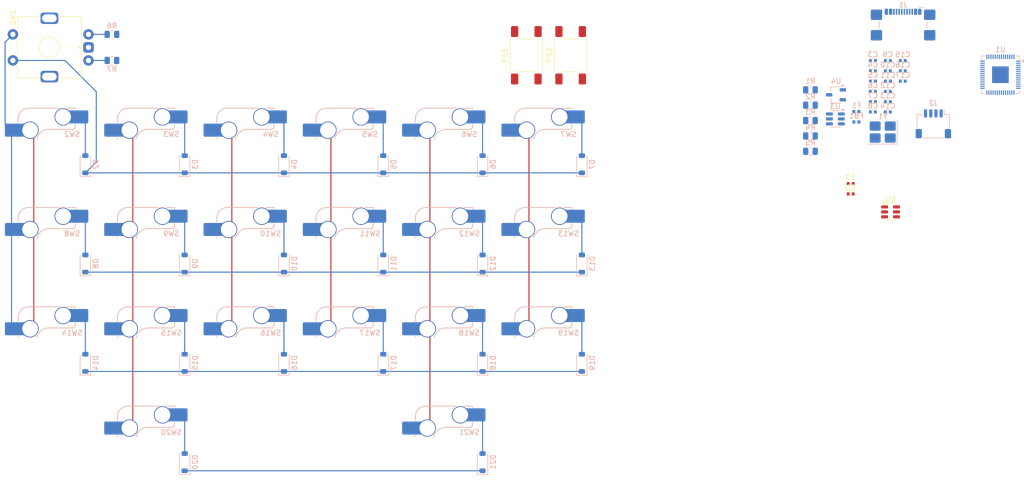
<source format=kicad_pcb>
(kicad_pcb (version 20241229) (generator "pcbnew") (generator_version "9.0")
  (layers (0 "F.Cu" signal) (2 "B.Cu" signal) (13 "F.Paste" user) (15 "B.Paste" user) (5 "F.SilkS" user "F.Silkscreen") (7 "B.SilkS" user "B.Silkscreen") (1 "F.Mask" user) (3 "B.Mask" user) (25 "Edge.Cuts" user))
  (net 0 "")
  (net 1 "Net-(U4-VO)")
  (net 2 "VFuse")
  (net 3 "Net-(U4-VI)")
  (net 4 "+1V1")
  (net 5 "Row 1")
  (net 6 "Net-(D2-A)")
  (net 7 "Net-(D3-A)")
  (net 8 "Net-(D4-A)")
  (net 9 "Net-(D5-A)")
  (net 10 "Net-(D6-A)")
  (net 11 "Row 2")
  (net 12 "Net-(D7-A)")
  (net 13 "Net-(D8-A)")
  (net 14 "Net-(D9-A)")
  (net 15 "Row 3")
  (net 16 "Net-(D10-A)")
  (net 17 "Net-(D11-A)")
  (net 18 "Net-(D12-A)")
  (net 19 "Net-(D13-A)")
  (net 20 "Net-(D14-A)")
  (net 21 "Row 4")
  (net 22 "Net-(D15-A)")
  (net 23 "Net-(D16-A)")
  (net 24 "Net-(D17-A)")
  (net 25 "Net-(D18-A)")
  (net 26 "Net-(D19-A)")
  (net 27 "Net-(D20-A)")
  (net 28 "Net-(D21-A)")
  (net 29 "VBUS")
  (net 30 "Net-(F1-Pad1)")
  (net 34 "D1-")
  (net 36 "D1+")
  (net 38 "Net-(J1-CC2)")
  (net 40 "Net-(J1-CC1)")
  (net 41 "DP")
  (net 42 "DN")
  (net 43 "Xout")
  (net 44 "Net-(U1-XOUT)")
  (net 45 "Net-(U1-USB_DM)")
  (net 46 "Net-(U1-USB_DP)")
  (net 47 "ROTB")
  (net 48 "ROTA")
  (net 49 "Col 4")
  (net 50 "Col 3")
  (net 51 "Col 2")
  (net 52 "Col 1")
  (net 53 "CS")
  (net 54 "RUN")
  (net 56 "SCLK")
  (net 62 "SD2")
  (net 66 "SD0")
  (net 77 "SD1")
  (net 82 "Xin")
  (net 93 "Col 6")
  (net 94 "Col 5")
  (footprint "Package_TO_SOT_SMD:SOT-23-6" (layer "F.Cu") (at 199.3625 75.05)
    (property "Reference" "U2")
    (property "Value" "USBLC6-2SC6")
  )
  (footprint "Button_Switch_SMD:SW_Push_1P1T_NO_E-Switch_TL3301NxxxxxG" (layer "F.Cu") (at 129.5 45 90)
    (property "Reference" "PS1")
    (property "Value" "button")
  )
  (footprint "PCM_marbastlib-various:ROT_Alps_EC11E-Switch" (layer "F.Cu") (at 38 43.5 90)
    (property "Reference" "SW1")
    (property "Value" "RE1")
  )
  (footprint "Capacitor_SMD:C_0402_1005Metric" (layer "F.Cu") (at 191.7225 71.605)
    (property "Reference" "C2")
    (property "Value" "100n")
  )
  (footprint "Button_Switch_SMD:SW_Push_1P1T_NO_E-Switch_TL3301NxxxxxG" (layer "F.Cu") (at 138 45 90)
    (property "Reference" "PS2")
    (property "Value" "button")
  )
  (footprint "Capacitor_SMD:C_0402_1005Metric" (layer "F.Cu") (at 191.7225 69.635)
    (property "Reference" "C1")
    (property "Value" "1u")
  )
  (footprint "PCM_marbastlib-mx:SW_MX_HS_CPG151101S11_1u" (layer "B.Cu") (at 114.3 61.9125 180)
    (property "Reference" "SW6")
    (property "Value" "Switch")
  )
  (footprint "Package_TO_SOT_SMD:SOT-23-6" (layer "B.Cu") (at 188.78 57.215 180)
    (property "Reference" "U3")
    (property "Value" "ZD25D40CNJGR")
  )
  (footprint "PCM_marbastlib-mx:SW_MX_HS_CPG151101S11_1u" (layer "B.Cu") (at 133.35 80.9625 180)
    (property "Reference" "SW13")
    (property "Value" "Switch")
  )
  (footprint "PCM_marbastlib-mx:SW_MX_HS_CPG151101S11_1u" (layer "B.Cu") (at 114.3 119.0625 180)
    (property "Reference" "SW21")
    (property "Value" "Switch")
  )
  (footprint "Capacitor_SMD:C_0402_1005Metric" (layer "B.Cu") (at 195.98 51.94 180)
    (property "Reference" "C6")
    (property "Value" "100n")
  )
  (footprint "Capacitor_SMD:C_0402_1005Metric" (layer "B.Cu") (at 198.85 48 180)
    (property "Reference" "C10")
    (property "Value" "100n")
  )
  (footprint "Diode_SMD:D_SOD-123" (layer "B.Cu") (at 44.899999 84.9625 90)
    (property "Reference" "D8")
    (property "Value" "Diddy")
  )
  (footprint "Resistor_SMD:R_0805_2012Metric" (layer "B.Cu") (at 50 46)
    (property "Reference" "R7")
    (property "Value" "10k")
  )
  (footprint "Diode_SMD:D_SOD-123" (layer "B.Cu") (at 102.049999 104.0125 90)
    (property "Reference" "D17")
    (property "Value" "Diddy")
  )
  (footprint "Diode_SMD:D_SOD-123" (layer "B.Cu") (at 82.999999 104.0125 90)
    (property "Reference" "D16")
    (property "Value" "Diddy")
  )
  (footprint "Package_DFN_QFN:QFN-56-1EP_7x7mm_P0.4mm_EP3.2x3.2mm" (layer "B.Cu") (at 220.4425 48.735 180)
    (property "Reference" "U1")
    (property "Value" "RP2040")
  )
  (footprint "Diode_SMD:D_SOD-123" (layer "B.Cu") (at 44.899999 104.0125 90)
    (property "Reference" "D14")
    (property "Value" "Diddy")
  )
  (footprint "PCM_marbastlib-mx:SW_MX_HS_CPG151101S11_1u" (layer "B.Cu") (at 57.15 61.9125 180)
    (property "Reference" "SW3")
    (property "Value" "Switch")
  )
  (footprint "Capacitor_SMD:C_0402_1005Metric" (layer "B.Cu") (at 195.98 46.03 180)
    (property "Reference" "C3")
    (property "Value" "100n")
  )
  (footprint "Diode_SMD:D_SOD-123" (layer "B.Cu") (at 63.949999 84.9625 90)
    (property "Reference" "D9")
    (property "Value" "Diddy")
  )
  (footprint "PCM_marbastlib-mx:SW_MX_HS_CPG151101S11_1u" (layer "B.Cu") (at 76.2 80.9625 180)
    (property "Reference" "SW10")
    (property "Value" "Switch")
  )
  (footprint "Capacitor_SMD:C_0402_1005Metric" (layer "B.Cu") (at 195.98 49.97 180)
    (property "Reference" "C5")
    (property "Value" "1u")
  )
  (footprint "Capacitor_SMD:C_0402_1005Metric" (layer "B.Cu") (at 198.85 46.03 180)
    (property "Reference" "C9")
    (property "Value" "100n")
  )
  (footprint "Capacitor_SMD:C_0402_1005Metric" (layer "B.Cu") (at 201.72 46.03 180)
    (property "Reference" "C15")
    (property "Value" "100n")
  )
  (footprint "Connector_USB:USB_C_Receptacle_GCT_USB4110" (layer "B.Cu") (at 201.77 40.34 180)
    (property "Reference" "J1")
    (property "Value" "USB_C_Receptacle_USB2.0_16P")
  )
  (footprint "Capacitor_SMD:C_0402_1005Metric" (layer "B.Cu") (at 198.85 55.88 180)
    (property "Reference" "C14")
    (property "Value" "100n")
  )
  (footprint "Resistor_SMD:R_0805_2012Metric" (layer "B.Cu") (at 184 60.48 180)
    (property "Reference" "R4")
    (property "Value" "5.1k")
  )
  (footprint "Capacitor_SMD:C_0402_1005Metric" (layer "B.Cu") (at 201.72 49.97 180)
    (property "Reference" "C17")
    (property "Value" "30pf")
  )
  (footprint "PCM_marbastlib-mx:SW_MX_HS_CPG151101S11_1u" (layer "B.Cu") (at 57.15 100.0125 180)
    (property "Reference" "SW15")
    (property "Value" "Switch")
  )
  (footprint "Diode_SMD:D_SOD-123" (layer "B.Cu") (at 121.099999 123.0625 90)
    (property "Reference" "D21")
    (property "Value" "Diddy")
  )
  (footprint "Diode_SMD:D_SOD-123" (layer "B.Cu") (at 44.899999 65.9125 90)
    (property "Reference" "D2")
    (property "Value" "Diddy")
  )
  (footprint "PCM_marbastlib-mx:SW_MX_HS_CPG151101S11_1u" (layer "B.Cu") (at 95.25 61.9125 180)
    (property "Reference" "SW5")
    (property "Value" "Switch")
  )
  (footprint "Capacitor_SMD:C_0402_1005Metric" (layer "B.Cu") (at 198.85 49.97 180)
    (property "Reference" "C11")
    (property "Value" "1u")
  )
  (footprint "Capacitor_SMD:C_0402_1005Metric" (layer "B.Cu") (at 198.85 53.91 180)
    (property "Reference" "C13")
    (property "Value" "100n")
  )
  (footprint "Resistor_SMD:R_0805_2012Metric" (layer "B.Cu") (at 50 41 180)
    (property "Reference" "R6")
    (property "Value" "10k")
  )
  (footprint "Inductor_SMD:L_0402_1005Metric" (layer "B.Cu") (at 192.81 57.8 180)
    (property "Reference" "FB1")
    (property "Value" "100 Ohm @ 100 MHz")
  )
  (footprint "PCM_marbastlib-mx:SW_MX_HS_CPG151101S11_1u" (layer "B.Cu") (at 95.25 80.9625 180)
    (property "Reference" "SW11")
    (property "Value" "Switch")
  )
  (footprint "Diode_SMD:D_SOD-123" (layer "B.Cu") (at 63.949999 65.9125 90)
    (property "Reference" "D3")
    (property "Value" "Diddy")
  )
  (footprint "Diode_SMD:D_SOD-123" (layer "B.Cu") (at 102.049999 65.9125 90)
    (property "Reference" "D5")
    (property "Value" "Diddy")
  )
  (footprint "PCM_marbastlib-mx:SW_MX_HS_CPG151101S11_1u" (layer "B.Cu") (at 114.3 100.0125 180)
    (property "Reference" "SW18")
    (property "Value" "Switch")
  )
  (footprint "Diode_SMD:D_SOD-123" (layer "B.Cu") (at 140.149999 84.9625 90)
    (property "Reference" "D13")
    (property "Value" "Diddy")
  )
  (footprint "PCM_marbastlib-mx:SW_MX_HS_CPG151101S11_1u" (layer "B.Cu") (at 57.15 119.0625 180)
    (property "Reference" "SW20")
    (property "Value" "Switch")
  )
  (footprint "Resistor_SMD:R_0805_2012Metric" (layer "B.Cu") (at 184 63.43 180)
    (property "Reference" "R5")
    (property "Value" "5.1k")
  )
  (footprint "Resistor_SMD:R_0805_2012Metric" (layer "B.Cu") (at 184 57.53 180)
    (property "Reference" "R3")
    (property "Value" "1k")
  )
  (footprint "PCM_marbastlib-mx:SW_MX_HS_CPG151101S11_1u" (layer "B.Cu") (at 95.25 100.0125 180)
    (property "Reference" "SW17")
    (property "Value" "Switch")
  )
  (footprint "Resistor_SMD:R_0805_2012Metric" (layer "B.Cu") (at 184 54.58 180)
    (property "Reference" "R2")
    (property "Value" "22")
  )
  (footprint "PCM_marbastlib-mx:SW_MX_HS_CPG151101S11_1u" (layer "B.Cu") (at 38.1 100.0125 180)
    (property "Reference" "SW14")
    (property "Value" "Switch")
  )
  (footprint "Capacitor_SMD:C_0402_1005Metric" (layer "B.Cu") (at 198.85 51.94 180)
    (property "Reference" "C12")
    (property "Value" "100n")
  )
  (footprint "Diode_SMD:D_SOD-123" (layer "B.Cu") (at 121.099999 104.0125 90)
    (property "Reference" "D18")
    (property "Value" "Diddy")
  )
  (footprint "PCM_marbastlib-mx:SW_MX_HS_CPG151101S11_1u" (layer "B.Cu") (at 133.35 61.9125 180)
    (property "Reference" "SW7")
    (property "Value" "Switch")
  )
  (footprint "Diode_SMD:D_SOD-123" (layer "B.Cu") (at 82.999999 65.9125 90)
    (property "Reference" "D4")
    (property "Value" "Diddy")
  )
  (footprint "Capacitor_SMD:C_0402_1005Metric" (layer "B.Cu") (at 195.98 53.91 180)
    (property "Reference" "C7")
    (property "Value" "1u")
  )
  (footprint "Diode_SMD:D_SOD-123" (layer "B.Cu") (at 121.099999 84.9625 90)
    (property "Reference" "D12")
    (property "Value" "Diddy")
  )
  (footprint "Diode_SMD:D_SOD-123" (layer "B.Cu") (at 63.949999 104.0125 90)
    (property "Reference" "D15")
    (property "Value" "Diddy")
  )
  (footprint "Diode_SMD:D_SOD-123" (layer "B.Cu") (at 82.999999 84.9625 90)
    (property "Reference" "D10")
    (property "Value" "Diddy")
  )
  (footprint "PCM_marbastlib-mx:SW_MX_HS_CPG151101S11_1u" (layer "B.Cu") (at 133.35 100.0125 180)
    (property "Reference" "SW19")
    (property "Value" "Switch")
  )
  (footprint "PCM_marbastlib-mx:SW_MX_HS_CPG151101S11_1u" (layer "B.Cu") (at 114.3 80.9625 180)
    (property "Reference" "SW12")
    (property "Value" "Switch")
  )
  (footprint "Fuse:Fuse_0402_1005Metric" (layer "B.Cu") (at 192.81 55.81 180)
    (property "Reference" "F1")
    (property "Value" "700mA")
  )
  (footprint "Diode_SMD:D_SOD-123" (layer "B.Cu") (at 140.149999 65.9125 90)
    (property "Reference" "D7")
    (property "Value" "Diddy")
  )
  (footprint "PCM_marbastlib-mx:SW_MX_HS_CPG151101S11_1u" (layer "B.Cu") (at 38.1 80.9625 180)
    (property "Reference" "SW8")
    (property "Value" "Switch")
  )
  (footprint "PCM_marbastlib-mx:SW_MX_HS_CPG151101S11_1u" (layer "B.Cu") (at 38.1 61.9125 180)
    (property "Reference" "SW2")
    (property "Value" "Switch")
  )
  (footprint "Connector_JST:JST_SH_SM04B-SRSS-TB_1x04-1MP_P1.00mm_Horizontal" (layer "B.Cu") (at 207.58 58.16 180)
    (property "Reference" "J2")
    (property "Value" "JST - 1.00mm 4 Pin")
  )
  (footprint "Diode_SMD:D_SOD-123" (layer "B.Cu") (at 63.949999 123.0625 90)
    (property "Reference" "D20")
    (property "Value" "Diddy")
  )
  (footprint "PCM_marbastlib-mx:SW_MX_HS_CPG151101S11_1u" (layer "B.Cu") (at 76.2 61.9125 180)
    (property "Reference" "SW4")
    (property "Value" "Switch")
  )
  (footprint "PCM_marbastlib-mx:SW_MX_HS_CPG151101S11_1u" (layer "B.Cu") (at 76.2 100.0125 180)
    (property "Reference" "SW16")
    (property "Value" "Switch")
  )
  (footprint "Diode_SMD:D_SOD-123" (layer "B.Cu") (at 121.099999 65.9125 90)
    (property "Reference" "D6")
    (property "Value" "Diddy")
  )
  (footprint "Resistor_SMD:R_0805_2012Metric" (layer "B.Cu") (at 184 51.63 180)
    (property "Reference" "R1")
    (property "Value" "22")
  )
  (footprint "Capacitor_SMD:C_0402_1005Metric" (layer "B.Cu") (at 195.98 48 180)
    (property "Reference" "C4")
    (property "Value" "100n")
  )
  (footprint "Capacitor_SMD:C_0402_1005Metric" (layer "B.Cu") (at 201.72 48 180)
    (property "Reference" "C16")
    (property "Value" "30pf")
  )
  (footprint "Diode_SMD:D_SOD-123" (layer "B.Cu") (at 102.049999 84.9625 90)
    (property "Reference" "D11")
    (property "Value" "Diddy")
  )
  (footprint "Package_TO_SOT_SMD:TSOT-23" (layer "B.Cu") (at 188.9 52.595 180)
    (property "Reference" "U4")
    (property "Value" "3.3V Fixed Regulator")
  )
  (footprint "Crystal:Crystal_SMD_3225-4Pin_3.2x2.5mm_HandSoldering" (layer "B.Cu") (at 197.865 59.735 180)
    (property "Reference" "Y1")
    (property "Value" "12Mhz 3225")
  )
  (footprint "Capacitor_SMD:C_0402_1005Metric" (layer "B.Cu") (at 195.98 55.88 180)
    (property "Reference" "C8")
    (property "Value" "1u")
  )
  (footprint "Diode_SMD:D_SOD-123" (layer "B.Cu") (at 140.149999 104.0125 90)
    (property "Reference" "D19")
    (property "Value" "Diddy")
  )
  (footprint "PCM_marbastlib-mx:SW_MX_HS_CPG151101S11_1u" (layer "B.Cu") (at 57.15 80.9625 180)
    (property "Reference" "SW9")
    (property "Value" "Switch")
  )
  (segment (start 47 65.462499) (end 44.899999 67.5625) (width 0.2) (layer "B.Cu") (net 5))
  (segment (start 41 46) (end 31 46) (width 0.2) (layer "B.Cu") (net 5))
  (segment (start 47 52) (end 41 46) (width 0.2) (layer "B.Cu") (net 5))
  (segment (start 44.899999 67.5625) (end 140.149999 67.5625) (width 0.2) (layer "B.Cu") (net 5))
  (segment (start 47 52) (end 47 65.462499) (width 0.2) (layer "B.Cu") (net 5))
  (segment (start 44.899999 57.542499) (end 44.19 56.8325) (width 0.2) (layer "B.Cu") (net 6))
  (segment (start 44.899999 64.2625) (end 44.899999 57.542499) (width 0.2) (layer "B.Cu") (net 6))
  (segment (start 40.64 56.8325) (end 44.19 56.8325) (width 0.2) (layer "B.Cu") (net 6))
  (segment (start 63.949999 57.542499) (end 63.24 56.8325) (width 0.2) (layer "B.Cu") (net 7))
  (segment (start 59.69 56.8325) (end 63.24 56.8325) (width 0.2) (layer "B.Cu") (net 7))
  (segment (start 63.949999 64.2625) (end 63.949999 57.542499) (width 0.2) (layer "B.Cu") (net 7))
  (segment (start 82.999999 64.2625) (end 82.999999 57.542499) (width 0.2) (layer "B.Cu") (net 8))
  (segment (start 82.999999 57.542499) (end 82.29 56.8325) (width 0.2) (layer "B.Cu") (net 8))
  (segment (start 78.74 56.8325) (end 82.29 56.8325) (width 0.2) (layer "B.Cu") (net 8))
  (segment (start 102.049999 57.542499) (end 101.34 56.8325) (width 0.2) (layer "B.Cu") (net 9))
  (segment (start 97.79 56.8325) (end 101.34 56.8325) (width 0.2) (layer "B.Cu") (net 9))
  (segment (start 102.049999 64.2625) (end 102.049999 57.542499) (width 0.2) (layer "B.Cu") (net 9))
  (segment (start 116.84 56.8325) (end 120.39 56.8325) (width 0.2) (layer "B.Cu") (net 10))
  (segment (start 121.099999 64.2625) (end 121.099999 57.542499) (width 0.2) (layer "B.Cu") (net 10))
  (segment (start 121.099999 57.542499) (end 120.39 56.8325) (width 0.2) (layer "B.Cu") (net 10))
  (segment (start 44.899999 86.6125) (end 140.149999 86.6125) (width 0.2) (layer "B.Cu") (net 11))
  (segment (start 140.149999 64.2625) (end 140.149999 57.542499) (width 0.2) (layer "B.Cu") (net 12))
  (segment (start 135.89 56.8325) (end 139.44 56.8325) (width 0.2) (layer "B.Cu") (net 12))
  (segment (start 140.149999 57.542499) (end 139.44 56.8325) (width 0.2) (layer "B.Cu") (net 12))
  (segment (start 44.899999 83.3125) (end 44.899999 76.592499) (width 0.2) (layer "B.Cu") (net 13))
  (segment (start 40.64 75.8825) (end 44.19 75.8825) (width 0.2) (layer "B.Cu") (net 13))
  (segment (start 44.899999 76.592499) (end 44.19 75.8825) (width 0.2) (layer "B.Cu") (net 13))
  (segment (start 63.949999 76.592499) (end 63.24 75.8825) (width 0.2) (layer "B.Cu") (net 14))
  (segment (start 59.69 75.8825) (end 63.24 75.8825) (width 0.2) (layer "B.Cu") (net 14))
  (segment (start 63.949999 83.3125) (end 63.949999 76.592499) (width 0.2) (layer "B.Cu") (net 14))
  (segment (start 44.899999 105.6625) (end 140.149999 105.6625) (width 0.2) (layer "B.Cu") (net 15))
  (segment (start 78.74 75.8825) (end 82.29 75.8825) (width 0.2) (layer "B.Cu") (net 16))
  (segment (start 82.999999 76.592499) (end 82.29 75.8825) (width 0.2) (layer "B.Cu") (net 16))
  (segment (start 82.999999 83.3125) (end 82.999999 76.592499) (width 0.2) (layer "B.Cu") (net 16))
  (segment (start 97.79 75.8825) (end 101.34 75.8825) (width 0.2) (layer "B.Cu") (net 17))
  (segment (start 102.049999 76.592499) (end 101.34 75.8825) (width 0.2) (layer "B.Cu") (net 17))
  (segment (start 102.049999 83.3125) (end 102.049999 76.592499) (width 0.2) (layer "B.Cu") (net 17))
  (segment (start 116.84 75.8825) (end 120.39 75.8825) (width 0.2) (layer "B.Cu") (net 18))
  (segment (start 121.099999 83.3125) (end 121.099999 76.592499) (width 0.2) (layer "B.Cu") (net 18))
  (segment (start 121.099999 76.592499) (end 120.39 75.8825) (width 0.2) (layer "B.Cu") (net 18))
  (segment (start 140.149999 76.592499) (end 139.44 75.8825) (width 0.2) (layer "B.Cu") (net 19))
  (segment (start 140.149999 83.3125) (end 140.149999 76.592499) (width 0.2) (layer "B.Cu") (net 19))
  (segment (start 135.89 75.8825) (end 139.44 75.8825) (width 0.2) (layer "B.Cu") (net 19))
  (segment (start 40.64 94.9325) (end 42.44 94.9325) (width 0.2) (layer "B.Cu") (net 20))
  (segment (start 44.899999 102.3625) (end 44.899999 95.642499) (width 0.2) (layer "B.Cu") (net 20))
  (segment (start 44.899999 95.642499) (end 44.19 94.9325) (width 0.2) (layer "B.Cu") (net 20))
  (segment (start 40.64 94.9325) (end 44.19 94.9325) (width 0.2) (layer "B.Cu") (net 20))
  (segment (start 63.949999 124.7125) (end 121.099999 124.7125) (width 0.2) (layer "B.Cu") (net 21))
  (segment (start 63.949999 102.3625) (end 63.949999 95.642499) (width 0.2) (layer "B.Cu") (net 22))
  (segment (start 63.949999 95.642499) (end 63.24 94.9325) (width 0.2) (layer "B.Cu") (net 22))
  (segment (start 59.69 94.9325) (end 63.24 94.9325) (width 0.2) (layer "B.Cu") (net 22))
  (segment (start 82.999999 102.3625) (end 82.999999 95.642499) (width 0.2) (layer "B.Cu") (net 23))
  (segment (start 78.74 94.9325) (end 82.29 94.9325) (width 0.2) (layer "B.Cu") (net 23))
  (segment (start 82.999999 95.642499) (end 82.29 94.9325) (width 0.2) (layer "B.Cu") (net 23))
  (segment (start 102.049999 102.3625) (end 102.049999 95.642499) (width 0.2) (layer "B.Cu") (net 24))
  (segment (start 102.049999 95.642499) (end 101.34 94.9325) (width 0.2) (layer "B.Cu") (net 24))
  (segment (start 97.79 94.9325) (end 101.34 94.9325) (width 0.2) (layer "B.Cu") (net 24))
  (segment (start 116.84 94.9325) (end 120.39 94.9325) (width 0.2) (layer "B.Cu") (net 25))
  (segment (start 121.099999 95.642499) (end 120.39 94.9325) (width 0.2) (layer "B.Cu") (net 25))
  (segment (start 121.099999 102.3625) (end 121.099999 95.642499) (width 0.2) (layer "B.Cu") (net 25))
  (segment (start 140.149999 95.642499) (end 139.44 94.9325) (width 0.2) (layer "B.Cu") (net 26))
  (segment (start 135.89 94.9325) (end 139.44 94.9325) (width 0.2) (layer "B.Cu") (net 26))
  (segment (start 140.149999 102.3625) (end 140.149999 95.642499) (width 0.2) (layer "B.Cu") (net 26))
  (segment (start 63.949999 114.692499) (end 63.24 113.9825) (width 0.2) (layer "B.Cu") (net 27))
  (segment (start 59.69 113.9825) (end 63.24 113.9825) (width 0.2) (layer "B.Cu") (net 27))
  (segment (start 63.949999 121.4125) (end 63.949999 114.692499) (width 0.2) (layer "B.Cu") (net 27))
  (segment (start 116.84 113.9825) (end 120.39 113.9825) (width 0.2) (layer "B.Cu") (net 28))
  (segment (start 121.099999 114.692499) (end 120.39 113.9825) (width 0.2) (layer "B.Cu") (net 28))
  (segment (start 121.099999 121.4125) (end 121.099999 114.692499) (width 0.2) (layer "B.Cu") (net 28))
  (segment (start 45.5 41) (end 49.0875 41) (width 0.2) (layer "B.Cu") (net 47))
  (segment (start 45.5 46) (end 49.0875 46) (width 0.2) (layer "B.Cu") (net 48))
  (segment (start 73 79.0325) (end 73 96.8625) (width 0.2) (layer "F.Cu") (net 49))
  (segment (start 72.39 78.4225) (end 73 79.0325) (width 0.2) (layer "F.Cu") (net 49))
  (segment (start 73 77.8125) (end 72.39 78.4225) (width 0.2) (layer "F.Cu") (net 49))
  (segment (start 73 96.8625) (end 72.39 97.4725) (width 0.2) (layer "F.Cu") (net 49))
  (segment (start 73 59.9825) (end 73 77.8125) (width 0.2) (layer "F.Cu") (net 49))
  (segment (start 72.39 59.3725) (end 73 59.9825) (width 0.2) (layer "F.Cu") (net 49))
  (segment (start 92 59.9325) (end 91.44 59.3725) (width 0.2) (layer "F.Cu") (net 50))
  (segment (start 91.44 97.4725) (end 92 96.9125) (width 0.2) (layer "F.Cu") (net 50))
  (segment (start 92 96.9125) (end 92 59.9325) (width 0.2) (layer "F.Cu") (net 50))
  (segment (start 111 116.0125) (end 110.49 116.5225) (width 0.2) (layer "F.Cu") (net 51))
  (segment (start 110.49 59.3725) (end 111 59.8825) (width 0.2) (layer "F.Cu") (net 51))
  (segment (start 111 59.8825) (end 111 116.0125) (width 0.2) (layer "F.Cu") (net 51))
  (segment (start 130 97.0125) (end 130 59.8325) (width 0.2) (layer "F.Cu") (net 52))
  (segment (start 129.54 97.4725) (end 130 97.0125) (width 0.2) (layer "F.Cu") (net 52))
  (segment (start 130 59.8325) (end 129.54 59.3725) (width 0.2) (layer "F.Cu") (net 52))
  (segment (start 35 60.0825) (end 35 77.7125) (width 0.2) (layer "F.Cu") (net 93))
  (segment (start 34.29 59.3725) (end 35 60.0825) (width 0.2) (layer "F.Cu") (net 93))
  (segment (start 35 96.7625) (end 34.29 97.4725) (width 0.2) (layer "F.Cu") (net 93))
  (segment (start 35 77.7125) (end 35 96.7625) (width 0.2) (layer "F.Cu") (net 93))
  (segment (start 34.29 78.4225) (end 35 77.7125) (width 0.2) (layer "F.Cu") (net 93))
  (segment (start 30.74 59.3725) (end 30.74 97.4725) (width 0.2) (layer "B.Cu") (net 93))
  (segment (start 31 41) (end 29.5 42.5) (width 0.2) (layer "B.Cu") (net 93))
  (segment (start 29.5 58.1325) (end 30.74 59.3725) (width 0.2) (layer "B.Cu") (net 93))
  (segment (start 29.5 42.5) (end 29.5 58.1325) (width 0.2) (layer "B.Cu") (net 93))
  (segment (start 53.34 78.4225) (end 54 77.7625) (width 0.2) (layer "F.Cu") (net 94))
  (segment (start 53.34 116.5225) (end 54 115.8625) (width 0.2) (layer "F.Cu") (net 94))
  (segment (start 53.34 97.4725) (end 54 96.8125) (width 0.2) (layer "F.Cu") (net 94))
  (segment (start 54 115.8625) (end 54 98.1325) (width 0.2) (layer "F.Cu") (net 94))
  (segment (start 54 98.1325) (end 53.34 97.4725) (width 0.2) (layer "F.Cu") (net 94))
  (segment (start 54 79.0825) (end 53.34 78.4225) (width 0.2) (layer "F.Cu") (net 94))
  (segment (start 54 77.7625) (end 54 60.0325) (width 0.2) (layer "F.Cu") (net 94))
  (segment (start 54 60.0325) (end 53.34 59.3725) (width 0.2) (layer "F.Cu") (net 94))
  (segment (start 54 96.8125) (end 54 79.0825) (width 0.2) (layer "F.Cu") (net 94))
)
</source>
